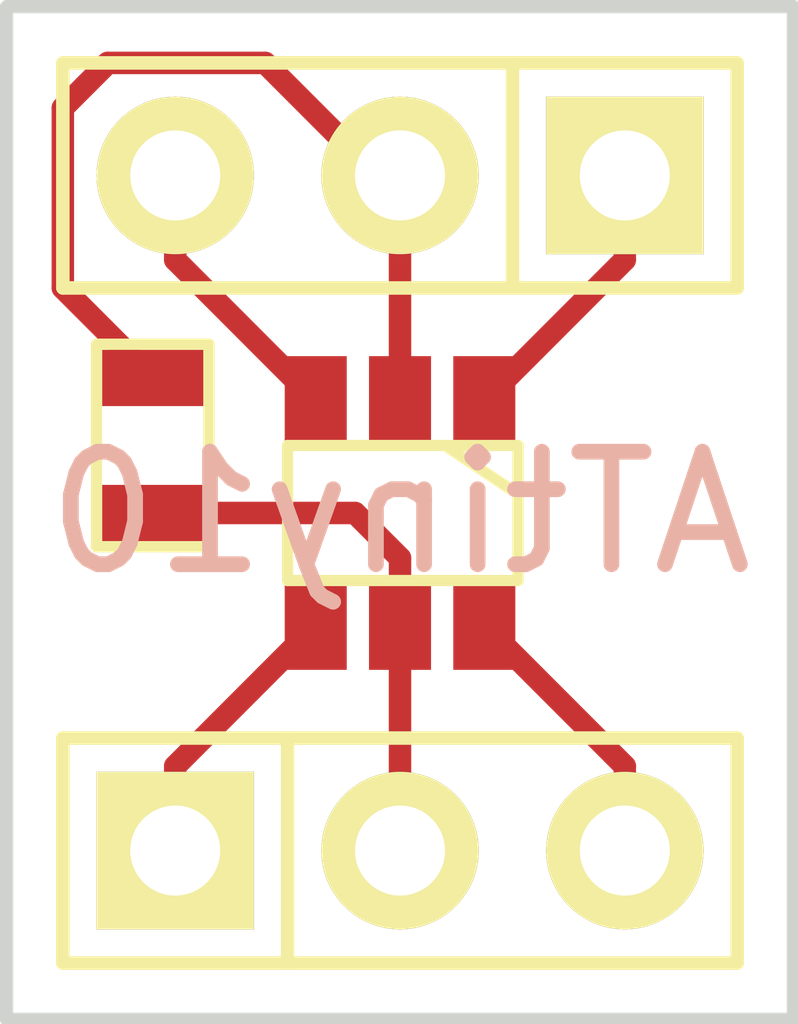
<source format=kicad_pcb>
(kicad_pcb (version 3) (host pcbnew "(2013-feb-26)-testing")

  (general
    (links 8)
    (no_connects 0)
    (area 239.319999 102.159999 248.360001 113.740001)
    (thickness 1.6)
    (drawings 5)
    (tracks 19)
    (zones 0)
    (modules 4)
    (nets 7)
  )

  (page A3)
  (layers
    (15 F.Cu signal)
    (0 B.Cu signal)
    (16 B.Adhes user)
    (17 F.Adhes user)
    (18 B.Paste user)
    (19 F.Paste user)
    (20 B.SilkS user)
    (21 F.SilkS user)
    (22 B.Mask user)
    (23 F.Mask user)
    (24 Dwgs.User user)
    (25 Cmts.User user)
    (26 Eco1.User user)
    (27 Eco2.User user)
    (28 Edge.Cuts user)
  )

  (setup
    (last_trace_width 0.254)
    (trace_clearance 0.1524)
    (zone_clearance 0.508)
    (zone_45_only no)
    (trace_min 0.254)
    (segment_width 0.2)
    (edge_width 0.15)
    (via_size 0.889)
    (via_drill 0.635)
    (via_min_size 0.889)
    (via_min_drill 0.508)
    (uvia_size 0.508)
    (uvia_drill 0.127)
    (uvias_allowed no)
    (uvia_min_size 0.508)
    (uvia_min_drill 0.127)
    (pcb_text_width 0.3)
    (pcb_text_size 1 1)
    (mod_edge_width 0.15)
    (mod_text_size 1 1)
    (mod_text_width 0.15)
    (pad_size 1.778 1.778)
    (pad_drill 1.016)
    (pad_to_mask_clearance 0)
    (aux_axis_origin 0 0)
    (visible_elements FFFFFFBF)
    (pcbplotparams
      (layerselection 284196865)
      (usegerberextensions true)
      (excludeedgelayer true)
      (linewidth 152400)
      (plotframeref false)
      (viasonmask false)
      (mode 1)
      (useauxorigin false)
      (hpglpennumber 1)
      (hpglpenspeed 20)
      (hpglpendiameter 15)
      (hpglpenoverlay 2)
      (psnegative false)
      (psa4output false)
      (plotreference true)
      (plotvalue true)
      (plotothertext true)
      (plotinvisibletext false)
      (padsonsilk false)
      (subtractmaskfromsilk false)
      (outputformat 1)
      (mirror false)
      (drillshape 0)
      (scaleselection 1)
      (outputdirectory out))
  )

  (net 0 "")
  (net 1 GND)
  (net 2 N-000001)
  (net 3 N-000002)
  (net 4 N-000004)
  (net 5 N-000006)
  (net 6 VCC)

  (net_class Default "This is the default net class."
    (clearance 0.1524)
    (trace_width 0.254)
    (via_dia 0.889)
    (via_drill 0.635)
    (uvia_dia 0.508)
    (uvia_drill 0.127)
    (add_net "")
    (add_net GND)
    (add_net N-000001)
    (add_net N-000002)
    (add_net N-000004)
    (add_net N-000006)
    (add_net VCC)
  )

  (module SOT23_6 (layer F.Cu) (tedit 51356DF2) (tstamp 51356D64)
    (at 243.84 107.95 180)
    (path /51356C44)
    (fp_text reference IC1 (at 1.99898 0 270) (layer F.SilkS) hide
      (effects (font (size 0.762 0.762) (thickness 0.0762)))
    )
    (fp_text value ATTINY10-TS (at 0.0635 0 180) (layer F.SilkS) hide
      (effects (font (size 0.50038 0.50038) (thickness 0.0762)))
    )
    (fp_line (start -0.508 0.762) (end -1.27 0.254) (layer F.SilkS) (width 0.127))
    (fp_line (start 1.27 0.762) (end -1.3335 0.762) (layer F.SilkS) (width 0.127))
    (fp_line (start -1.3335 0.762) (end -1.3335 -0.762) (layer F.SilkS) (width 0.127))
    (fp_line (start -1.3335 -0.762) (end 1.27 -0.762) (layer F.SilkS) (width 0.127))
    (fp_line (start 1.27 -0.762) (end 1.27 0.762) (layer F.SilkS) (width 0.127))
    (pad 6 smd rect (at -0.9525 -1.27 180) (size 0.70104 1.00076)
      (layers F.Cu F.Paste F.Mask)
      (net 5 N-000006)
    )
    (pad 5 smd rect (at 0 -1.27 180) (size 0.70104 1.00076)
      (layers F.Cu F.Paste F.Mask)
      (net 6 VCC)
    )
    (pad 4 smd rect (at 0.9525 -1.27 180) (size 0.70104 1.00076)
      (layers F.Cu F.Paste F.Mask)
      (net 4 N-000004)
    )
    (pad 3 smd rect (at 0.9525 1.27 180) (size 0.70104 1.00076)
      (layers F.Cu F.Paste F.Mask)
      (net 3 N-000002)
    )
    (pad 2 smd rect (at 0 1.27 180) (size 0.70104 1.00076)
      (layers F.Cu F.Paste F.Mask)
      (net 1 GND)
    )
    (pad 1 smd rect (at -0.9525 1.27 180) (size 0.70104 1.00076)
      (layers F.Cu F.Paste F.Mask)
      (net 2 N-000001)
    )
    (model smd/SOT23_6.wrl
      (at (xyz 0 0 0))
      (scale (xyz 0.11 0.11 0.11))
      (rotate (xyz 0 0 0))
    )
  )

  (module SM0603 (layer F.Cu) (tedit 51356DED) (tstamp 51356D6E)
    (at 241.046 107.188 90)
    (path /51356C6A)
    (attr smd)
    (fp_text reference C1 (at 0 0 90) (layer F.SilkS) hide
      (effects (font (size 0.508 0.4572) (thickness 0.1143)))
    )
    (fp_text value 0.1uF (at 0 0 90) (layer F.SilkS) hide
      (effects (font (size 0.508 0.4572) (thickness 0.1143)))
    )
    (fp_line (start -1.143 -0.635) (end 1.143 -0.635) (layer F.SilkS) (width 0.127))
    (fp_line (start 1.143 -0.635) (end 1.143 0.635) (layer F.SilkS) (width 0.127))
    (fp_line (start 1.143 0.635) (end -1.143 0.635) (layer F.SilkS) (width 0.127))
    (fp_line (start -1.143 0.635) (end -1.143 -0.635) (layer F.SilkS) (width 0.127))
    (pad 1 smd rect (at -0.762 0 90) (size 0.635 1.143)
      (layers F.Cu F.Paste F.Mask)
      (net 6 VCC)
    )
    (pad 2 smd rect (at 0.762 0 90) (size 0.635 1.143)
      (layers F.Cu F.Paste F.Mask)
      (net 1 GND)
    )
    (model smd\resistors\R0603.wrl
      (at (xyz 0 0 0.001))
      (scale (xyz 0.5 0.5 0.5))
      (rotate (xyz 0 0 0))
    )
  )

  (module PIN_ARRAY_3X1 (layer F.Cu) (tedit 51356E33) (tstamp 51356D7A)
    (at 243.84 104.14 180)
    (descr "Connecteur 3 pins")
    (tags "CONN DEV")
    (path /51356D1C)
    (fp_text reference K1 (at 0.254 -2.159 180) (layer F.SilkS) hide
      (effects (font (size 1.016 1.016) (thickness 0.1524)))
    )
    (fp_text value CONN_3 (at 0 -2.159 180) (layer F.SilkS) hide
      (effects (font (size 1.016 1.016) (thickness 0.1524)))
    )
    (fp_line (start -3.81 1.27) (end -3.81 -1.27) (layer F.SilkS) (width 0.1524))
    (fp_line (start -3.81 -1.27) (end 3.81 -1.27) (layer F.SilkS) (width 0.1524))
    (fp_line (start 3.81 -1.27) (end 3.81 1.27) (layer F.SilkS) (width 0.1524))
    (fp_line (start 3.81 1.27) (end -3.81 1.27) (layer F.SilkS) (width 0.1524))
    (fp_line (start -1.27 -1.27) (end -1.27 1.27) (layer F.SilkS) (width 0.1524))
    (pad 1 thru_hole rect (at -2.54 0 180) (size 1.778 1.778) (drill 1.016)
      (layers *.Cu *.Mask F.SilkS)
      (net 2 N-000001)
    )
    (pad 2 thru_hole circle (at 0 0 180) (size 1.778 1.778) (drill 1.016)
      (layers *.Cu *.Mask F.SilkS)
      (net 1 GND)
    )
    (pad 3 thru_hole circle (at 2.54 0 180) (size 1.778 1.778) (drill 1.016)
      (layers *.Cu *.Mask F.SilkS)
      (net 3 N-000002)
    )
    (model pin_array/pins_array_3x1.wrl
      (at (xyz 0 0 0))
      (scale (xyz 1 1 1))
      (rotate (xyz 0 0 0))
    )
  )

  (module PIN_ARRAY_3X1 (layer F.Cu) (tedit 51356E0F) (tstamp 51356D86)
    (at 243.84 111.76)
    (descr "Connecteur 3 pins")
    (tags "CONN DEV")
    (path /51356D4F)
    (fp_text reference K2 (at 0.254 -2.159) (layer F.SilkS) hide
      (effects (font (size 1.016 1.016) (thickness 0.1524)))
    )
    (fp_text value CONN_3 (at 0 -2.159) (layer F.SilkS) hide
      (effects (font (size 1.016 1.016) (thickness 0.1524)))
    )
    (fp_line (start -3.81 1.27) (end -3.81 -1.27) (layer F.SilkS) (width 0.1524))
    (fp_line (start -3.81 -1.27) (end 3.81 -1.27) (layer F.SilkS) (width 0.1524))
    (fp_line (start 3.81 -1.27) (end 3.81 1.27) (layer F.SilkS) (width 0.1524))
    (fp_line (start 3.81 1.27) (end -3.81 1.27) (layer F.SilkS) (width 0.1524))
    (fp_line (start -1.27 -1.27) (end -1.27 1.27) (layer F.SilkS) (width 0.1524))
    (pad 1 thru_hole rect (at -2.54 0) (size 1.778 1.778) (drill 1.016)
      (layers *.Cu *.Mask F.SilkS)
      (net 4 N-000004)
    )
    (pad 2 thru_hole circle (at 0 0) (size 1.778 1.778) (drill 1.016)
      (layers *.Cu *.Mask F.SilkS)
      (net 6 VCC)
    )
    (pad 3 thru_hole circle (at 2.54 0) (size 1.778 1.778) (drill 1.016)
      (layers *.Cu *.Mask F.SilkS)
      (net 5 N-000006)
    )
    (model pin_array/pins_array_3x1.wrl
      (at (xyz 0 0 0))
      (scale (xyz 1 1 1))
      (rotate (xyz 0 0 0))
    )
  )

  (gr_text ATtiny10 (at 243.84 107.95) (layer B.SilkS)
    (effects (font (size 1.27 1.27) (thickness 0.1778)) (justify mirror))
  )
  (gr_line (start 239.395 102.235) (end 248.285 102.235) (angle 90) (layer Edge.Cuts) (width 0.15))
  (gr_line (start 239.395 113.665) (end 239.395 102.235) (angle 90) (layer Edge.Cuts) (width 0.15))
  (gr_line (start 248.285 113.665) (end 239.395 113.665) (angle 90) (layer Edge.Cuts) (width 0.15))
  (gr_line (start 248.285 102.235) (end 248.285 113.665) (angle 90) (layer Edge.Cuts) (width 0.15))

  (segment (start 241.046 106.426) (end 240.03 105.41) (width 0.254) (layer F.Cu) (net 1))
  (segment (start 243.586 104.14) (end 243.84 104.14) (width 0.254) (layer F.Cu) (net 1) (tstamp 51356E68))
  (segment (start 242.316 102.87) (end 243.586 104.14) (width 0.254) (layer F.Cu) (net 1) (tstamp 51356E67))
  (segment (start 240.538 102.87) (end 242.316 102.87) (width 0.254) (layer F.Cu) (net 1) (tstamp 51356E66))
  (segment (start 240.03 103.378) (end 240.538 102.87) (width 0.254) (layer F.Cu) (net 1) (tstamp 51356E65))
  (segment (start 240.03 105.41) (end 240.03 103.378) (width 0.254) (layer F.Cu) (net 1) (tstamp 51356E64))
  (segment (start 243.84 104.14) (end 243.84 106.68) (width 0.254) (layer F.Cu) (net 1))
  (segment (start 246.38 104.14) (end 246.38 105.0925) (width 0.254) (layer F.Cu) (net 2))
  (segment (start 246.38 105.0925) (end 244.7925 106.68) (width 0.254) (layer F.Cu) (net 2) (tstamp 51356E50))
  (segment (start 241.3 104.14) (end 241.3 105.0925) (width 0.254) (layer F.Cu) (net 3))
  (segment (start 241.3 105.0925) (end 242.8875 106.68) (width 0.254) (layer F.Cu) (net 3) (tstamp 51356E55))
  (segment (start 241.3 111.76) (end 241.3 110.8075) (width 0.254) (layer F.Cu) (net 4))
  (segment (start 241.3 110.8075) (end 242.8875 109.22) (width 0.254) (layer F.Cu) (net 4) (tstamp 51356E5D))
  (segment (start 246.38 111.76) (end 246.38 110.8075) (width 0.254) (layer F.Cu) (net 5))
  (segment (start 246.38 110.8075) (end 244.7925 109.22) (width 0.254) (layer F.Cu) (net 5) (tstamp 51356E5A))
  (segment (start 241.046 107.95) (end 243.332 107.95) (width 0.254) (layer F.Cu) (net 6))
  (segment (start 243.84 108.458) (end 243.84 109.22) (width 0.254) (layer F.Cu) (net 6) (tstamp 51356E61))
  (segment (start 243.332 107.95) (end 243.84 108.458) (width 0.254) (layer F.Cu) (net 6) (tstamp 51356E60))
  (segment (start 243.84 111.76) (end 243.84 109.22) (width 0.254) (layer F.Cu) (net 6))

)

</source>
